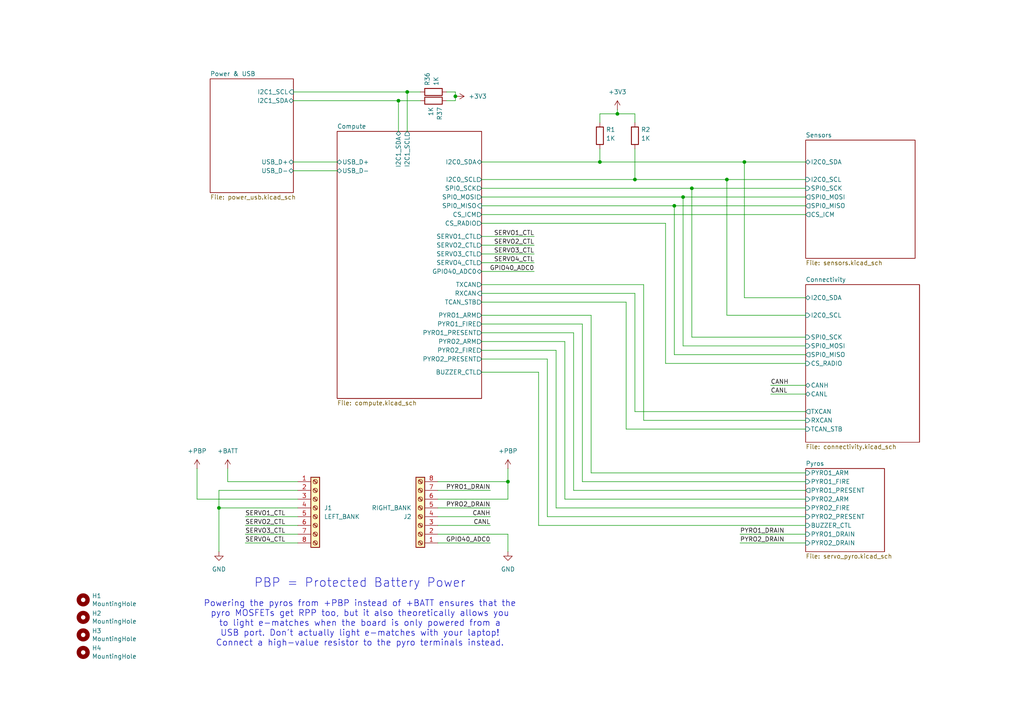
<source format=kicad_sch>
(kicad_sch (version 20250114) (generator "eeschema") (generator_version "9.0")
  (paper "A4")
  (lib_symbols
    (symbol "Connector:Screw_Terminal_01x08" (pin_names (offset 1.016) (hide yes))
      (property "Reference" "J" (at 0 10.16 0))
      (property "Value" "Screw_Terminal_01x08" (at 0 -12.7 0))
      (symbol "Screw_Terminal_01x08_1_1"
        (rectangle (start -1.27 8.89) (end 1.27 -11.43) (stroke (width 0.254)) (fill (type background)))
        (polyline (pts (xy -0.5334 7.9502) (xy 0.3302 7.112)) (stroke (width 0.1524)))
        (polyline (pts (xy -0.5334 5.4102) (xy 0.3302 4.572)) (stroke (width 0.1524)))
        (polyline (pts (xy -0.5334 2.8702) (xy 0.3302 2.032)) (stroke (width 0.1524)))
        (polyline (pts (xy -0.5334 0.3302) (xy 0.3302 -0.508)) (stroke (width 0.1524)))
        (polyline (pts (xy -0.5334 -2.2098) (xy 0.3302 -3.048)) (stroke (width 0.1524)))
        (polyline (pts (xy -0.5334 -4.7498) (xy 0.3302 -5.588)) (stroke (width 0.1524)))
        (polyline (pts (xy -0.5334 -7.2898) (xy 0.3302 -8.128)) (stroke (width 0.1524)))
        (polyline (pts (xy -0.5334 -9.8298) (xy 0.3302 -10.668)) (stroke (width 0.1524)))
        (polyline (pts (xy -0.3556 8.128) (xy 0.508 7.2898)) (stroke (width 0.1524)))
        (polyline (pts (xy -0.3556 5.588) (xy 0.508 4.7498)) (stroke (width 0.1524)))
        (polyline (pts (xy -0.3556 3.048) (xy 0.508 2.2098)) (stroke (width 0.1524)))
        (polyline (pts (xy -0.3556 0.508) (xy 0.508 -0.3302)) (stroke (width 0.1524)))
        (polyline (pts (xy -0.3556 -2.032) (xy 0.508 -2.8702)) (stroke (width 0.1524)))
        (polyline (pts (xy -0.3556 -4.572) (xy 0.508 -5.4102)) (stroke (width 0.1524)))
        (polyline (pts (xy -0.3556 -7.112) (xy 0.508 -7.9502)) (stroke (width 0.1524)))
        (polyline (pts (xy -0.3556 -9.652) (xy 0.508 -10.4902)) (stroke (width 0.1524)))
        (circle (center 0 7.62) (radius 0.635) (stroke (width 0.1524)))
        (circle (center 0 5.08) (radius 0.635) (stroke (width 0.1524)))
        (circle (center 0 2.54) (radius 0.635) (stroke (width 0.1524)))
        (circle (center 0 0) (radius 0.635) (stroke (width 0.1524)))
        (circle (center 0 -2.54) (radius 0.635) (stroke (width 0.1524)))
        (circle (center 0 -5.08) (radius 0.635) (stroke (width 0.1524)))
        (circle (center 0 -7.62) (radius 0.635) (stroke (width 0.1524)))
        (circle (center 0 -10.16) (radius 0.635) (stroke (width 0.1524)))
        (pin passive line (at -5.08 7.62 0) (length 3.81) (name "Pin_1") (number "1"))
        (pin passive line (at -5.08 5.08 0) (length 3.81) (name "Pin_2") (number "2"))
        (pin passive line (at -5.08 2.54 0) (length 3.81) (name "Pin_3") (number "3"))
        (pin passive line (at -5.08 0 0) (length 3.81) (name "Pin_4") (number "4"))
        (pin passive line (at -5.08 -2.54 0) (length 3.81) (name "Pin_5") (number "5"))
        (pin passive line (at -5.08 -5.08 0) (length 3.81) (name "Pin_6") (number "6"))
        (pin passive line (at -5.08 -7.62 0) (length 3.81) (name "Pin_7") (number "7"))
        (pin passive line (at -5.08 -10.16 0) (length 3.81) (name "Pin_8") (number "8"))
      )
    )
    (symbol "Device:R" (pin_numbers (hide yes)) (pin_names (offset 0))
      (property "Reference" "R" (at 2.032 0 90))
      (property "Value" "R" (at 0 0 90))
      (symbol "R_0_1"
        (rectangle (start -1.016 -2.54) (end 1.016 2.54) (stroke (width 0.254)))
      )
      (symbol "R_1_1"
        (pin passive line (at 0 3.81 270) (length 1.27) (name "~") (number "1"))
        (pin passive line (at 0 -3.81 90) (length 1.27) (name "~") (number "2"))
      )
    )
    (symbol "Mechanical:MountingHole" (pin_names (offset 1.016))
      (property "Reference" "H" (at 0 5.08 0))
      (property "Value" "MountingHole" (at 0 3.175 0))
      (symbol "MountingHole_0_1"
        (circle (center 0 0) (radius 1.27) (stroke (width 1.27)))
      )
    )
    (symbol "power:+3V3" (power) (pin_numbers (hide yes)) (pin_names (offset 0) (hide yes))
      (property "Value" "+3V3" (at 0 3.556 0))
      (symbol "+3V3_0_1"
        (polyline (pts (xy -0.762 1.27) (xy 0 2.54)))
        (polyline (pts (xy 0 2.54) (xy 0.762 1.27)))
        (polyline (pts (xy 0 0) (xy 0 2.54)))
      )
      (symbol "+3V3_1_1"
        (pin power_in line (at 0 0 90) (length 0) (name "~") (number "1"))
      )
    )
    (symbol "power:+BATT" (power) (pin_numbers (hide yes)) (pin_names (offset 0) (hide yes))
      (property "Value" "+BATT" (at 0 3.556 0))
      (symbol "+BATT_0_1"
        (polyline (pts (xy -0.762 1.27) (xy 0 2.54)))
        (polyline (pts (xy 0 2.54) (xy 0.762 1.27)))
        (polyline (pts (xy 0 0) (xy 0 2.54)))
      )
      (symbol "+BATT_1_1"
        (pin power_in line (at 0 0 90) (length 0) (name "~") (number "1"))
      )
    )
    (symbol "power:+VSW" (power) (pin_numbers (hide yes)) (pin_names (offset 0) (hide yes))
      (property "Value" "+VSW" (at 0 3.556 0))
      (symbol "+VSW_0_1"
        (polyline (pts (xy -0.762 1.27) (xy 0 2.54)))
        (polyline (pts (xy 0 2.54) (xy 0.762 1.27)))
        (polyline (pts (xy 0 0) (xy 0 2.54)))
      )
      (symbol "+VSW_1_1"
        (pin power_in line (at 0 0 90) (length 0) (name "~") (number "1"))
      )
    )
    (symbol "power:GND" (power) (pin_numbers (hide yes)) (pin_names (offset 0) (hide yes))
      (property "Value" "GND" (at 0 -3.81 0))
      (symbol "GND_0_1"
        (polyline (pts (xy 0 0) (xy 0 -1.27) (xy 1.27 -1.27) (xy 0 -2.54) (xy -1.27 -1.27) (xy 0 -1.27)))
      )
      (symbol "GND_1_1"
        (pin power_in line (at 0 0 270) (length 0) (name "~") (number "1"))
      )
    )
  )
  (text "PBP = Protected Battery Power" (at 104.394 169.164 0) (effects (font (size 2.54 2.54))))
  (text "Powering the pyros from +PBP instead of +BATT ensures that the\npyro MOSFETs get RPP too, but it also theoretically allows you\nto light e-matches when the board is only powered from a\nUSB port. Don't actually light e-matches with your laptop!\nConnect a high-value resistor to the pyro terminals instead." (at 104.394 180.848 0) (effects (font (size 1.778 1.778))))
  (junction (at 115.57 29.21))
  (junction (at 200.66 54.61))
  (junction (at 173.99 46.99))
  (junction (at 118.11 26.67))
  (junction (at 147.32 139.7))
  (junction (at 63.5 147.32))
  (junction (at 198.12 57.15))
  (junction (at 210.82 52.07))
  (junction (at 132.08 27.94))
  (junction (at 195.58 59.69))
  (junction (at 184.15 52.07))
  (junction (at 179.07 33.02))
  (junction (at 215.9 46.99))
  (wire (pts (xy 118.11 26.67) (xy 85.09 26.67)))
  (wire (pts (xy 139.7 85.09) (xy 184.15 85.09)))
  (wire (pts (xy 168.91 93.98) (xy 168.91 139.7)))
  (wire (pts (xy 173.99 43.18) (xy 173.99 46.99)))
  (wire (pts (xy 156.21 152.4) (xy 233.68 152.4)))
  (wire (pts (xy 139.7 78.74) (xy 154.94 78.74)))
  (wire (pts (xy 127 147.32) (xy 142.24 147.32)))
  (wire (pts (xy 184.15 43.18) (xy 184.15 52.07)))
  (wire (pts (xy 127 144.78) (xy 147.32 144.78)))
  (wire (pts (xy 193.04 64.77) (xy 193.04 105.41)))
  (wire (pts (xy 147.32 154.94) (xy 127 154.94)))
  (wire (pts (xy 139.7 87.63) (xy 181.61 87.63)))
  (wire (pts (xy 184.15 35.56) (xy 184.15 33.02)))
  (wire (pts (xy 195.58 102.87) (xy 195.58 59.69)))
  (wire (pts (xy 179.07 33.02) (xy 184.15 33.02)))
  (wire (pts (xy 214.63 157.48) (xy 233.68 157.48)))
  (wire (pts (xy 214.63 154.94) (xy 233.68 154.94)))
  (wire (pts (xy 223.52 111.76) (xy 233.68 111.76)))
  (wire (pts (xy 147.32 144.78) (xy 147.32 139.7)))
  (wire (pts (xy 66.04 139.7) (xy 66.04 135.89)))
  (wire (pts (xy 173.99 46.99) (xy 215.9 46.99)))
  (wire (pts (xy 139.7 52.07) (xy 184.15 52.07)))
  (wire (pts (xy 181.61 87.63) (xy 181.61 124.46)))
  (wire (pts (xy 215.9 46.99) (xy 233.68 46.99)))
  (wire (pts (xy 139.7 54.61) (xy 200.66 54.61)))
  (wire (pts (xy 139.7 57.15) (xy 198.12 57.15)))
  (wire (pts (xy 71.12 152.4) (xy 86.36 152.4)))
  (wire (pts (xy 173.99 33.02) (xy 173.99 35.56)))
  (wire (pts (xy 132.08 29.21) (xy 132.08 27.94)))
  (wire (pts (xy 132.08 26.67) (xy 132.08 27.94)))
  (wire (pts (xy 127 139.7) (xy 147.32 139.7)))
  (wire (pts (xy 195.58 59.69) (xy 233.68 59.69)))
  (wire (pts (xy 171.45 137.16) (xy 233.68 137.16)))
  (wire (pts (xy 171.45 91.44) (xy 171.45 137.16)))
  (wire (pts (xy 158.75 104.14) (xy 158.75 149.86)))
  (wire (pts (xy 186.69 82.55) (xy 139.7 82.55)))
  (wire (pts (xy 147.32 160.02) (xy 147.32 154.94)))
  (wire (pts (xy 233.68 121.92) (xy 186.69 121.92)))
  (wire (pts (xy 161.29 101.6) (xy 161.29 147.32)))
  (wire (pts (xy 63.5 147.32) (xy 86.36 147.32)))
  (wire (pts (xy 210.82 91.44) (xy 233.68 91.44)))
  (wire (pts (xy 200.66 97.79) (xy 200.66 54.61)))
  (wire (pts (xy 215.9 46.99) (xy 215.9 86.36)))
  (wire (pts (xy 158.75 149.86) (xy 233.68 149.86)))
  (wire (pts (xy 57.15 144.78) (xy 86.36 144.78)))
  (wire (pts (xy 139.7 71.12) (xy 154.94 71.12)))
  (wire (pts (xy 139.7 59.69) (xy 195.58 59.69)))
  (wire (pts (xy 115.57 29.21) (xy 85.09 29.21)))
  (wire (pts (xy 139.7 76.2) (xy 154.94 76.2)))
  (wire (pts (xy 127 142.24) (xy 142.24 142.24)))
  (wire (pts (xy 85.09 49.53) (xy 97.79 49.53)))
  (wire (pts (xy 86.36 139.7) (xy 66.04 139.7)))
  (wire (pts (xy 163.83 99.06) (xy 163.83 144.78)))
  (wire (pts (xy 118.11 38.1) (xy 118.11 26.67)))
  (wire (pts (xy 184.15 52.07) (xy 210.82 52.07)))
  (wire (pts (xy 173.99 33.02) (xy 179.07 33.02)))
  (wire (pts (xy 223.52 114.3) (xy 233.68 114.3)))
  (wire (pts (xy 139.7 99.06) (xy 163.83 99.06)))
  (wire (pts (xy 233.68 86.36) (xy 215.9 86.36)))
  (wire (pts (xy 198.12 100.33) (xy 198.12 57.15)))
  (wire (pts (xy 127 152.4) (xy 142.24 152.4)))
  (wire (pts (xy 233.68 97.79) (xy 200.66 97.79)))
  (wire (pts (xy 147.32 139.7) (xy 147.32 135.89)))
  (wire (pts (xy 71.12 154.94) (xy 86.36 154.94)))
  (wire (pts (xy 71.12 157.48) (xy 86.36 157.48)))
  (wire (pts (xy 115.57 29.21) (xy 121.92 29.21)))
  (wire (pts (xy 179.07 31.75) (xy 179.07 33.02)))
  (wire (pts (xy 181.61 124.46) (xy 233.68 124.46)))
  (wire (pts (xy 139.7 68.58) (xy 154.94 68.58)))
  (wire (pts (xy 168.91 139.7) (xy 233.68 139.7)))
  (wire (pts (xy 210.82 52.07) (xy 210.82 91.44)))
  (wire (pts (xy 193.04 64.77) (xy 139.7 64.77)))
  (wire (pts (xy 166.37 96.52) (xy 166.37 142.24)))
  (wire (pts (xy 139.7 73.66) (xy 154.94 73.66)))
  (wire (pts (xy 233.68 102.87) (xy 195.58 102.87)))
  (wire (pts (xy 127 157.48) (xy 142.24 157.48)))
  (wire (pts (xy 63.5 142.24) (xy 86.36 142.24)))
  (wire (pts (xy 139.7 104.14) (xy 158.75 104.14)))
  (wire (pts (xy 139.7 91.44) (xy 171.45 91.44)))
  (wire (pts (xy 186.69 121.92) (xy 186.69 82.55)))
  (wire (pts (xy 161.29 147.32) (xy 233.68 147.32)))
  (wire (pts (xy 63.5 147.32) (xy 63.5 160.02)))
  (wire (pts (xy 139.7 101.6) (xy 161.29 101.6)))
  (wire (pts (xy 184.15 85.09) (xy 184.15 119.38)))
  (wire (pts (xy 139.7 46.99) (xy 173.99 46.99)))
  (wire (pts (xy 86.36 149.86) (xy 71.12 149.86)))
  (wire (pts (xy 198.12 57.15) (xy 233.68 57.15)))
  (wire (pts (xy 115.57 38.1) (xy 115.57 29.21)))
  (wire (pts (xy 118.11 26.67) (xy 121.92 26.67)))
  (wire (pts (xy 200.66 54.61) (xy 233.68 54.61)))
  (wire (pts (xy 233.68 100.33) (xy 198.12 100.33)))
  (wire (pts (xy 193.04 105.41) (xy 233.68 105.41)))
  (wire (pts (xy 139.7 62.23) (xy 233.68 62.23)))
  (wire (pts (xy 139.7 96.52) (xy 166.37 96.52)))
  (wire (pts (xy 85.09 46.99) (xy 97.79 46.99)))
  (wire (pts (xy 156.21 107.95) (xy 156.21 152.4)))
  (wire (pts (xy 57.15 135.89) (xy 57.15 144.78)))
  (wire (pts (xy 129.54 26.67) (xy 132.08 26.67)))
  (wire (pts (xy 127 149.86) (xy 142.24 149.86)))
  (wire (pts (xy 210.82 52.07) (xy 233.68 52.07)))
  (wire (pts (xy 63.5 142.24) (xy 63.5 147.32)))
  (wire (pts (xy 139.7 93.98) (xy 168.91 93.98)))
  (wire (pts (xy 139.7 107.95) (xy 156.21 107.95)))
  (wire (pts (xy 166.37 142.24) (xy 233.68 142.24)))
  (wire (pts (xy 163.83 144.78) (xy 233.68 144.78)))
  (wire (pts (xy 184.15 119.38) (xy 233.68 119.38)))
  (wire (pts (xy 129.54 29.21) (xy 132.08 29.21)))
  (label "CANL" (at 142.24 152.4 180))
  (label "SERVO1_CTL" (at 154.94 68.58 180))
  (label "SERVO2_CTL" (at 71.12 152.4 0))
  (label "SERVO4_CTL" (at 71.12 157.48 0))
  (label "CANH" (at 142.24 149.86 180))
  (label "PYRO2_DRAIN" (at 214.63 157.48 0))
  (label "GPIO40_ADC0" (at 154.94 78.74 180))
  (label "PYRO2_DRAIN" (at 142.24 147.32 180))
  (label "CANH" (at 223.52 111.76 0))
  (label "GPIO40_ADC0" (at 142.24 157.48 180))
  (label "CANL" (at 223.52 114.3 0))
  (label "PYRO1_DRAIN" (at 142.24 142.24 180))
  (label "SERVO4_CTL" (at 154.94 76.2 180))
  (label "SERVO2_CTL" (at 154.94 71.12 180))
  (label "PYRO1_DRAIN" (at 214.63 154.94 0))
  (label "SERVO3_CTL" (at 71.12 154.94 0))
  (label "SERVO1_CTL" (at 71.12 149.86 0))
  (label "SERVO3_CTL" (at 154.94 73.66 180))
  (symbol (lib_id "Mechanical:MountingHole") (at 24.13 173.99 0) (unit 1)
    (property "Reference" "H1" (at 26.67 172.8216 0) (effects (justify left)))
    (property "Value" "MountingHole" (at 26.67 175.133 0) (effects (justify left)))
    (property "Footprint" "MountingHole:MountingHole_3.2mm_M3" (effects (hide yes)))
  )
  (symbol (lib_id "Mechanical:MountingHole") (at 24.13 179.07 0) (unit 1)
    (property "Reference" "H2" (at 26.67 177.9016 0) (effects (justify left)))
    (property "Value" "MountingHole" (at 26.67 180.213 0) (effects (justify left)))
    (property "Footprint" "MountingHole:MountingHole_3.2mm_M3" (effects (hide yes)))
  )
  (symbol (lib_id "Mechanical:MountingHole") (at 24.13 184.15 0) (unit 1)
    (property "Reference" "H3" (at 26.67 182.9816 0) (effects (justify left)))
    (property "Value" "MountingHole" (at 26.67 185.293 0) (effects (justify left)))
    (property "Footprint" "MountingHole:MountingHole_3.2mm_M3" (effects (hide yes)))
  )
  (symbol (lib_id "Mechanical:MountingHole") (at 24.13 189.23 0) (unit 1)
    (property "Reference" "H4" (at 26.67 187.96 0) (effects (justify left)))
    (property "Value" "MountingHole" (at 26.67 190.373 0) (effects (justify left)))
    (property "Footprint" "MountingHole:MountingHole_3.2mm_M3" (effects (hide yes)))
  )
  (symbol (lib_id "Device:R") (at 125.73 26.67 90) (unit 1)
    (property "Reference" "R36" (at 123.952 24.892 0) (effects (justify left)))
    (property "Value" "1K" (at 126.492 24.892 0) (effects (justify left)))
    (property "Footprint" "Resistor_SMD:R_0603_1608Metric" (effects (hide yes)))
    (property "Description" "Resistor" (effects (hide yes)))
  )
  (symbol (lib_id "Device:R") (at 173.99 39.37 0) (unit 1)
    (property "Reference" "R1" (at 175.768 37.592 0) (effects (justify left)))
    (property "Value" "1K" (at 175.768 40.132 0) (effects (justify left)))
    (property "Footprint" "Resistor_SMD:R_0603_1608Metric" (effects (hide yes)))
    (property "Description" "Resistor" (effects (hide yes)))
  )
  (symbol (lib_id "power:+VSW") (at 147.32 135.89 0) (unit 1)
    (property "Reference" "#PWR04" (effects (hide yes)))
    (property "Value" "+PBP" (at 147.32 130.81 0))
    (property "Description" "Power symbol creates a global label with name \"+VSW\"" (effects (hide yes)))
  )
  (symbol (lib_id "Device:R") (at 125.73 29.21 270) (unit 1)
    (property "Reference" "R37" (at 127.508 30.988 0) (effects (justify left)))
    (property "Value" "1K" (at 124.968 30.988 0) (effects (justify left)))
    (property "Footprint" "Resistor_SMD:R_0603_1608Metric" (effects (hide yes)))
    (property "Description" "Resistor" (effects (hide yes)))
  )
  (symbol (lib_id "Connector:Screw_Terminal_01x08") (at 91.44 147.32 0) (unit 1)
    (property "Reference" "J1" (at 93.98 147.3199 0) (effects (justify left)))
    (property "Value" "LEFT_BANK" (at 93.98 149.8599 0) (effects (justify left)))
    (property "Footprint" "TerminalBlock_Phoenix:TerminalBlock_Phoenix_MKDS-1,5-8_1x08_P5.00mm_Horizontal" (effects (hide yes)))
    (property "Description" "Generic screw terminal, single row, 01x08, script generated (kicad-library-utils/schlib/autogen/connector/)" (effects (hide yes)))
  )
  (symbol (lib_id "power:+3V3") (at 179.07 31.75 0) (unit 1)
    (property "Reference" "#PWR06" (effects (hide yes)))
    (property "Value" "+3V3" (at 179.07 26.67 0))
    (property "Description" "Power symbol creates a global label with name \"+3V3\"" (effects (hide yes)))
  )
  (symbol (lib_id "power:+3V3") (at 132.08 27.94 270) (unit 1)
    (property "Reference" "#PWR040" (effects (hide yes)))
    (property "Value" "+3V3" (at 135.89 27.9399 90) (effects (justify left)))
    (property "Description" "Power symbol creates a global label with name \"+3V3\"" (effects (hide yes)))
  )
  (symbol (lib_id "power:+BATT") (at 66.04 135.89 0) (unit 1)
    (property "Reference" "#PWR03" (effects (hide yes)))
    (property "Value" "+BATT" (at 66.04 130.81 0))
    (property "Description" "Power symbol creates a global label with name \"+BATT\"" (effects (hide yes)))
  )
  (symbol (lib_id "Device:R") (at 184.15 39.37 0) (unit 1)
    (property "Reference" "R2" (at 185.928 37.592 0) (effects (justify left)))
    (property "Value" "1K" (at 185.928 40.132 0) (effects (justify left)))
    (property "Footprint" "Resistor_SMD:R_0603_1608Metric" (effects (hide yes)))
    (property "Description" "Resistor" (effects (hide yes)))
  )
  (symbol (lib_id "power:+VSW") (at 57.15 135.89 0) (mirror y) (unit 1)
    (property "Reference" "#PWR01" (effects (hide yes)))
    (property "Value" "+PBP" (at 57.15 130.81 0))
    (property "Description" "Power symbol creates a global label with name \"+VSW\"" (effects (hide yes)))
  )
  (symbol (lib_id "Connector:Screw_Terminal_01x08") (at 121.92 149.86 180) (unit 1)
    (property "Reference" "J2" (at 119.38 149.8601 0) (effects (justify left)))
    (property "Value" "RIGHT_BANK" (at 119.38 147.3201 0) (effects (justify left)))
    (property "Footprint" "TerminalBlock_Phoenix:TerminalBlock_Phoenix_MKDS-1,5-8_1x08_P5.00mm_Horizontal" (effects (hide yes)))
    (property "Description" "Generic screw terminal, single row, 01x08, script generated (kicad-library-utils/schlib/autogen/connector/)" (effects (hide yes)))
  )
  (symbol (lib_id "power:GND") (at 147.32 160.02 0) (unit 1)
    (property "Reference" "#PWR05" (effects (hide yes)))
    (property "Value" "GND" (at 147.32 165.1 0))
    (property "Description" "Power symbol creates a global label with name \"GND\" , ground" (effects (hide yes)))
  )
  (symbol (lib_id "power:GND") (at 63.5 160.02 0) (unit 1)
    (property "Reference" "#PWR02" (effects (hide yes)))
    (property "Value" "GND" (at 63.5 165.1 0))
    (property "Description" "Power symbol creates a global label with name \"GND\" , ground" (effects (hide yes)))
  )
  (sheet (at 97.79 38.1) (size 41.91 77.47) (stroke (width 0.1524))
    (property "Sheetname" "Compute" (at 97.79 37.3884 0) (effects (justify left bottom)))
    (property "Sheetfile" "compute.kicad_sch" (at 97.79 116.1546 0) (effects (justify left top)))
    (pin "I2C0_SCL" output (at 139.7 52.07 0))
    (pin "I2C0_SDA" bidirectional (at 139.7 46.99 0))
    (pin "USB_D+" bidirectional (at 97.79 46.99 180))
    (pin "USB_D-" bidirectional (at 97.79 49.53 180))
    (pin "SERVO1_CTL" output (at 139.7 68.58 0))
    (pin "SERVO2_CTL" output (at 139.7 71.12 0))
    (pin "SERVO3_CTL" output (at 139.7 73.66 0))
    (pin "SERVO4_CTL" output (at 139.7 76.2 0))
    (pin "GPIO40_ADC0" bidirectional (at 139.7 78.74 0))
    (pin "BUZZER_CTL" output (at 139.7 107.95 0))
    (pin "TCAN_STB" output (at 139.7 87.63 0))
    (pin "CS_RADIO" output (at 139.7 64.77 0))
    (pin "SPI0_MISO" input (at 139.7 59.69 0))
    (pin "SPI0_MOSI" output (at 139.7 57.15 0))
    (pin "SPI0_SCK" output (at 139.7 54.61 0))
    (pin "TXCAN" output (at 139.7 82.55 0))
    (pin "RXCAN" input (at 139.7 85.09 0))
    (pin "CS_ICM" output (at 139.7 62.23 0))
    (pin "PYRO1_ARM" output (at 139.7 91.44 0))
    (pin "PYRO1_FIRE" output (at 139.7 93.98 0))
    (pin "PYRO1_PRESENT" output (at 139.7 96.52 0))
    (pin "PYRO2_ARM" output (at 139.7 99.06 0))
    (pin "PYRO2_FIRE" output (at 139.7 101.6 0))
    (pin "PYRO2_PRESENT" output (at 139.7 104.14 0))
    (pin "I2C1_SCL" output (at 118.11 38.1 90))
    (pin "I2C1_SDA" bidirectional (at 115.57 38.1 90))
  )
  (sheet (at 233.68 82.55) (size 33.02 45.72) (stroke (width 0.1524))
    (property "Sheetname" "Connectivity" (at 233.68 81.8384 0) (effects (justify left bottom)))
    (property "Sheetfile" "connectivity.kicad_sch" (at 233.68 128.8546 0) (effects (justify left top)))
    (pin "I2C0_SCL" input (at 233.68 91.44 180))
    (pin "I2C0_SDA" bidirectional (at 233.68 86.36 180))
    (pin "CANH" bidirectional (at 233.68 111.76 180))
    (pin "CANL" bidirectional (at 233.68 114.3 180))
    (pin "TCAN_STB" input (at 233.68 124.46 180))
    (pin "CS_RADIO" input (at 233.68 105.41 180))
    (pin "SPI0_MISO" output (at 233.68 102.87 180))
    (pin "SPI0_MOSI" input (at 233.68 100.33 180))
    (pin "SPI0_SCK" input (at 233.68 97.79 180))
    (pin "TXCAN" output (at 233.68 119.38 180))
    (pin "RXCAN" input (at 233.68 121.92 180))
  )
  (sheet (at 60.96 22.86) (size 24.13 33.02) (stroke (width 0.1524))
    (property "Sheetname" "Power & USB" (at 60.96 22.1484 0) (effects (justify left bottom)))
    (property "Sheetfile" "power_usb.kicad_sch" (at 60.96 56.4646 0) (effects (justify left top)))
    (pin "USB_D+" bidirectional (at 85.09 46.99 0))
    (pin "USB_D-" bidirectional (at 85.09 49.53 0))
    (pin "I2C1_SCL" input (at 85.09 26.67 0))
    (pin "I2C1_SDA" bidirectional (at 85.09 29.21 0))
  )
  (sheet (at 233.68 135.89) (size 22.86 24.13) (stroke (width 0.1524))
    (property "Sheetname" "Pyros" (at 233.68 135.1784 0) (effects (justify left bottom)))
    (property "Sheetfile" "servo_pyro.kicad_sch" (at 233.68 160.6046 0) (effects (justify left top)))
    (pin "BUZZER_CTL" input (at 233.68 152.4 180))
    (pin "PYRO1_DRAIN" input (at 233.68 154.94 180))
    (pin "PYRO2_DRAIN" input (at 233.68 157.48 180))
    (pin "PYRO1_ARM" input (at 233.68 137.16 180))
    (pin "PYRO1_FIRE" input (at 233.68 139.7 180))
    (pin "PYRO1_PRESENT" output (at 233.68 142.24 180))
    (pin "PYRO2_ARM" input (at 233.68 144.78 180))
    (pin "PYRO2_FIRE" input (at 233.68 147.32 180))
    (pin "PYRO2_PRESENT" input (at 233.68 149.86 180))
  )
  (sheet (at 233.68 40.64) (size 31.75 34.29) (stroke (width 0.1524))
    (property "Sheetname" "Sensors" (at 233.68 39.9284 0) (effects (justify left bottom)))
    (property "Sheetfile" "sensors.kicad_sch" (at 233.68 75.5146 0) (effects (justify left top)))
    (pin "I2C0_SCL" input (at 233.68 52.07 180))
    (pin "I2C0_SDA" bidirectional (at 233.68 46.99 180))
    (pin "SPI0_MISO" output (at 233.68 59.69 180))
    (pin "SPI0_MOSI" output (at 233.68 57.15 180))
    (pin "SPI0_SCK" input (at 233.68 54.61 180))
    (pin "CS_ICM" output (at 233.68 62.23 180))
  )
)
</source>
